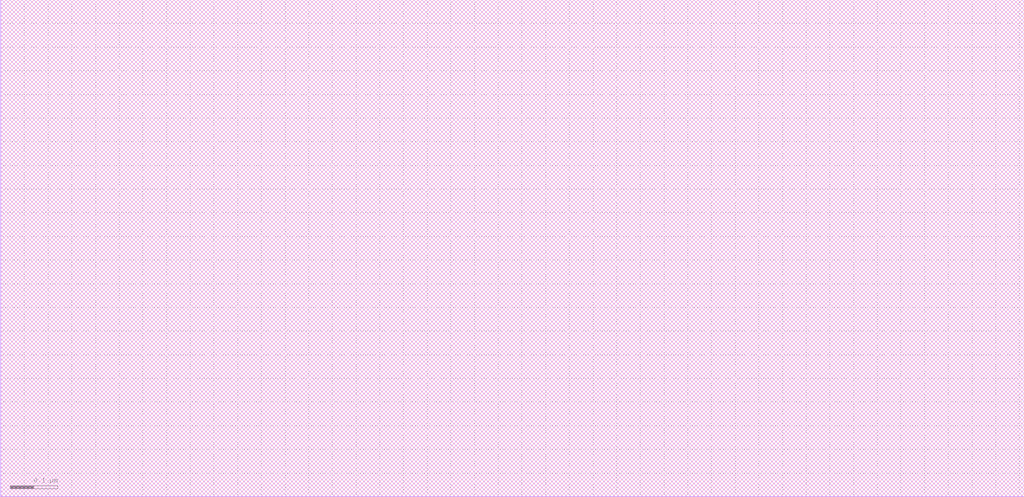
<source format=lef>
# Copyright 2020 The SkyWater PDK Authors
#
# Licensed under the Apache License, Version 2.0 (the "License");
# you may not use this file except in compliance with the License.
# You may obtain a copy of the License at
#
#     https://www.apache.org/licenses/LICENSE-2.0
#
# Unless required by applicable law or agreed to in writing, software
# distributed under the License is distributed on an "AS IS" BASIS,
# WITHOUT WARRANTIES OR CONDITIONS OF ANY KIND, either express or implied.
# See the License for the specific language governing permissions and
# limitations under the License.
#
# SPDX-License-Identifier: Apache-2.0

VERSION 5.7 ;
  NOWIREEXTENSIONATPIN ON ;
  DIVIDERCHAR "/" ;
  BUSBITCHARS "[]" ;
MACRO sky130_fd_pr__res_high_pol1_1p41__example1
  CLASS BLOCK ;
  FOREIGN sky130_fd_pr__res_high_pol1_1p41__example1 ;
  ORIGIN  0.000000  0.000000 ;
  SIZE  2.160000 BY  1.050000 ;
  OBS
    LAYER li1 ;
      RECT 0.000000 0.000000 2.160000 1.050000 ;
  END
END sky130_fd_pr__res_high_pol1_1p41__example1
END LIBRARY

</source>
